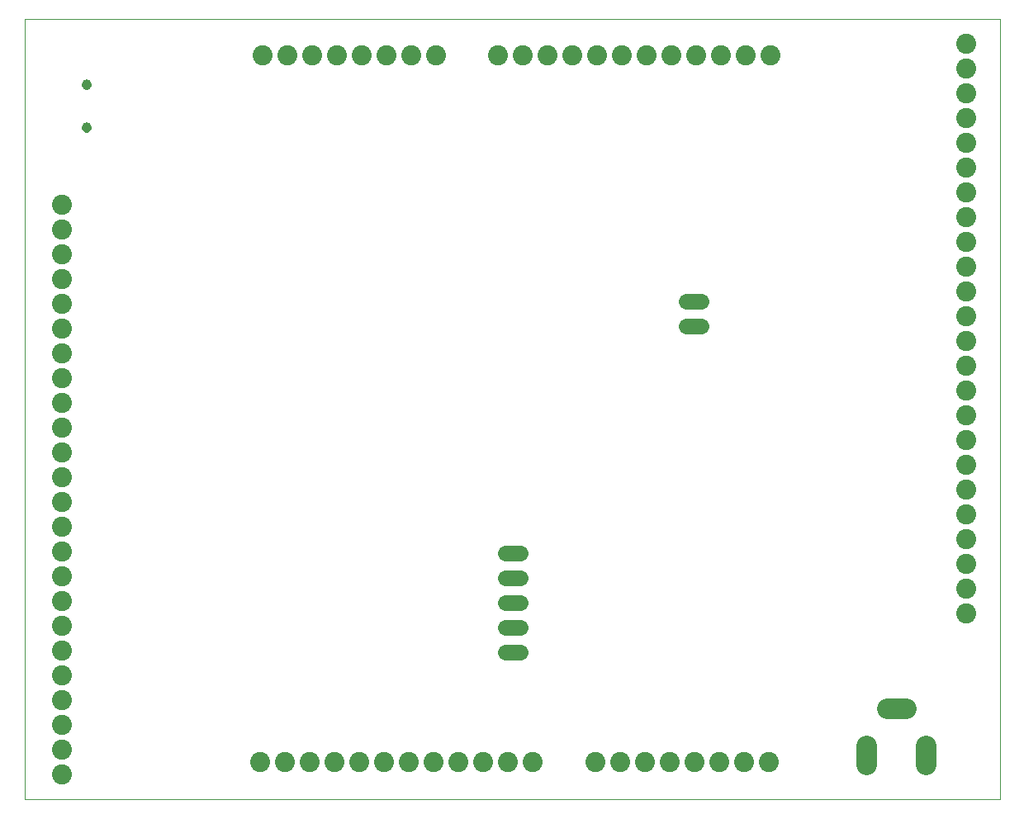
<source format=gbs>
G75*
G70*
%OFA0B0*%
%FSLAX24Y24*%
%IPPOS*%
%LPD*%
%AMOC8*
5,1,8,0,0,1.08239X$1,22.5*
%
%ADD10C,0.0000*%
%ADD11C,0.0808*%
%ADD12C,0.0394*%
%ADD13C,0.0827*%
%ADD14C,0.0640*%
D10*
X001581Y000967D02*
X001581Y032463D01*
X040951Y032463D01*
X040951Y000967D01*
X001581Y000967D01*
X003904Y028101D02*
X003906Y028127D01*
X003912Y028153D01*
X003922Y028178D01*
X003935Y028201D01*
X003951Y028221D01*
X003971Y028239D01*
X003993Y028254D01*
X004016Y028266D01*
X004042Y028274D01*
X004068Y028278D01*
X004094Y028278D01*
X004120Y028274D01*
X004146Y028266D01*
X004170Y028254D01*
X004191Y028239D01*
X004211Y028221D01*
X004227Y028201D01*
X004240Y028178D01*
X004250Y028153D01*
X004256Y028127D01*
X004258Y028101D01*
X004256Y028075D01*
X004250Y028049D01*
X004240Y028024D01*
X004227Y028001D01*
X004211Y027981D01*
X004191Y027963D01*
X004169Y027948D01*
X004146Y027936D01*
X004120Y027928D01*
X004094Y027924D01*
X004068Y027924D01*
X004042Y027928D01*
X004016Y027936D01*
X003992Y027948D01*
X003971Y027963D01*
X003951Y027981D01*
X003935Y028001D01*
X003922Y028024D01*
X003912Y028049D01*
X003906Y028075D01*
X003904Y028101D01*
X003904Y029833D02*
X003906Y029859D01*
X003912Y029885D01*
X003922Y029910D01*
X003935Y029933D01*
X003951Y029953D01*
X003971Y029971D01*
X003993Y029986D01*
X004016Y029998D01*
X004042Y030006D01*
X004068Y030010D01*
X004094Y030010D01*
X004120Y030006D01*
X004146Y029998D01*
X004170Y029986D01*
X004191Y029971D01*
X004211Y029953D01*
X004227Y029933D01*
X004240Y029910D01*
X004250Y029885D01*
X004256Y029859D01*
X004258Y029833D01*
X004256Y029807D01*
X004250Y029781D01*
X004240Y029756D01*
X004227Y029733D01*
X004211Y029713D01*
X004191Y029695D01*
X004169Y029680D01*
X004146Y029668D01*
X004120Y029660D01*
X004094Y029656D01*
X004068Y029656D01*
X004042Y029660D01*
X004016Y029668D01*
X003992Y029680D01*
X003971Y029695D01*
X003951Y029713D01*
X003935Y029733D01*
X003922Y029756D01*
X003912Y029781D01*
X003906Y029807D01*
X003904Y029833D01*
D11*
X003081Y024967D03*
X003081Y023967D03*
X003081Y022967D03*
X003081Y021967D03*
X003081Y020967D03*
X003081Y019967D03*
X003081Y018967D03*
X003081Y017967D03*
X003081Y016967D03*
X003081Y015967D03*
X003081Y014967D03*
X003081Y013967D03*
X003081Y012967D03*
X003081Y011967D03*
X003081Y010967D03*
X003081Y009967D03*
X003081Y008967D03*
X003081Y007967D03*
X003081Y006967D03*
X003081Y005967D03*
X003081Y004967D03*
X003081Y003967D03*
X003081Y002967D03*
X003081Y001967D03*
X011081Y002467D03*
X012081Y002467D03*
X013081Y002467D03*
X014081Y002467D03*
X015081Y002467D03*
X016081Y002467D03*
X017081Y002467D03*
X018081Y002467D03*
X019081Y002467D03*
X020081Y002467D03*
X021081Y002467D03*
X022081Y002467D03*
X024631Y002467D03*
X025631Y002467D03*
X026631Y002467D03*
X027631Y002467D03*
X028631Y002467D03*
X029631Y002467D03*
X030631Y002467D03*
X031631Y002467D03*
X039581Y008467D03*
X039581Y009467D03*
X039581Y010467D03*
X039581Y011467D03*
X039581Y012467D03*
X039581Y013467D03*
X039581Y014467D03*
X039581Y015467D03*
X039581Y016467D03*
X039581Y017467D03*
X039581Y018467D03*
X039581Y019467D03*
X039581Y020467D03*
X039581Y021467D03*
X039581Y022467D03*
X039581Y023467D03*
X039581Y024467D03*
X039581Y025467D03*
X039581Y026467D03*
X039581Y027467D03*
X039581Y028467D03*
X039581Y029467D03*
X039581Y030467D03*
X039581Y031467D03*
X031681Y031017D03*
X030681Y031017D03*
X029681Y031017D03*
X028681Y031017D03*
X027681Y031017D03*
X026681Y031017D03*
X025681Y031017D03*
X024681Y031017D03*
X023681Y031017D03*
X022681Y031017D03*
X021681Y031017D03*
X020681Y031017D03*
X018181Y031017D03*
X017181Y031017D03*
X016181Y031017D03*
X015181Y031017D03*
X014181Y031017D03*
X013181Y031017D03*
X012181Y031017D03*
X011181Y031017D03*
D12*
X004081Y029833D03*
X004081Y028101D03*
D13*
X036387Y004656D02*
X037175Y004656D01*
X037962Y003160D02*
X037962Y002373D01*
X035561Y002373D02*
X035561Y003160D01*
D14*
X021581Y006917D02*
X020981Y006917D01*
X020981Y007917D02*
X021581Y007917D01*
X021581Y008917D02*
X020981Y008917D01*
X020981Y009917D02*
X021581Y009917D01*
X021581Y010917D02*
X020981Y010917D01*
X028281Y020067D02*
X028881Y020067D01*
X028881Y021067D02*
X028281Y021067D01*
M02*

</source>
